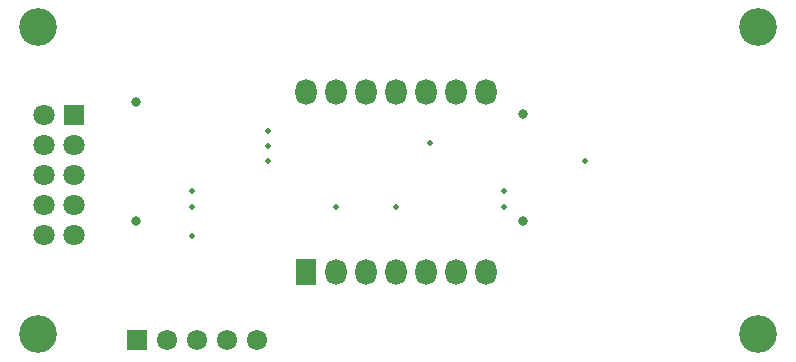
<source format=gts>
G04 Layer_Color=8388736*
%FSTAX24Y24*%
%MOIN*%
G70*
G01*
G75*
%ADD28R,0.0678X0.0678*%
%ADD29C,0.0678*%
%ADD30C,0.0710*%
%ADD31R,0.0710X0.0710*%
%ADD32C,0.1261*%
%ADD33O,0.0710X0.0867*%
%ADD34R,0.0710X0.0867*%
%ADD35C,0.0200*%
%ADD36C,0.0320*%
D28*
X014336Y010836D02*
D03*
D29*
X015336D02*
D03*
X016336D02*
D03*
X017336D02*
D03*
X018336D02*
D03*
D30*
X011236Y018336D02*
D03*
Y017336D02*
D03*
Y016336D02*
D03*
Y015336D02*
D03*
Y014336D02*
D03*
X012236D02*
D03*
Y015336D02*
D03*
Y016336D02*
D03*
Y017336D02*
D03*
D31*
Y018336D02*
D03*
D32*
X035039Y02126D02*
D03*
Y011024D02*
D03*
X011024Y02126D02*
D03*
Y011024D02*
D03*
D33*
X01995Y019113D02*
D03*
X02095D02*
D03*
X02195D02*
D03*
X02295D02*
D03*
X02395D02*
D03*
X02495D02*
D03*
X02095Y013113D02*
D03*
X02195D02*
D03*
X02295D02*
D03*
X02395D02*
D03*
X02495D02*
D03*
X02595D02*
D03*
Y019113D02*
D03*
D34*
X01995Y013113D02*
D03*
D35*
X0187Y016813D02*
D03*
X02095Y015263D02*
D03*
X0187Y017313D02*
D03*
X02295Y015263D02*
D03*
X01615Y015813D02*
D03*
Y015263D02*
D03*
Y014313D02*
D03*
X02925Y016813D02*
D03*
X0187Y017813D02*
D03*
X0241Y017413D02*
D03*
X02655Y015813D02*
D03*
Y015263D02*
D03*
D36*
X0272Y018363D02*
D03*
Y014813D02*
D03*
X0143D02*
D03*
Y018763D02*
D03*
M02*

</source>
